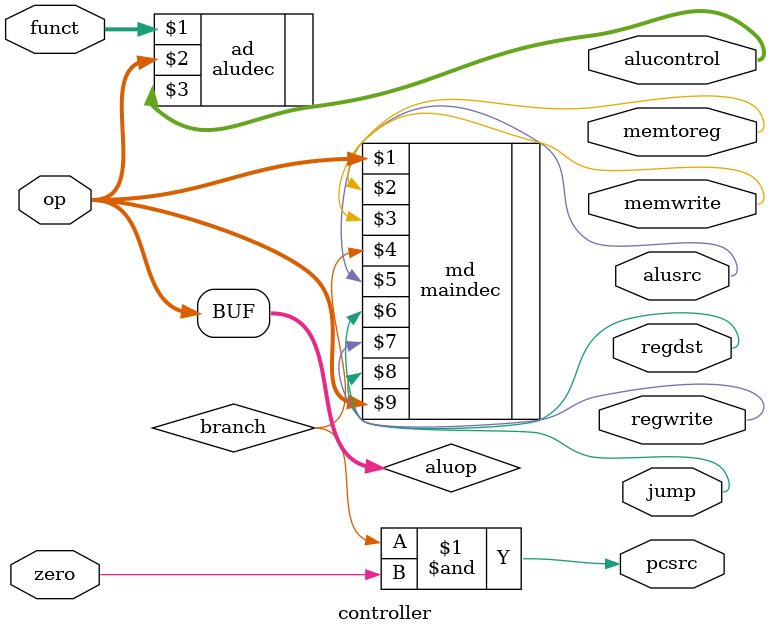
<source format=sv>
`ifndef CONTROLLER
`define CONTROLLER

`timescale 1ns/100ps

`include "../maindec/maindec.sv"
`include "../aludec/aludec.sv"

module controller
    #(parameter n = 32)(
    //
    // ---------------- PORT DEFINITIONS ----------------
    //
    input  logic [3:0] op, funct,
    input  logic       zero,
    output logic       memtoreg, memwrite,
    output logic       pcsrc, alusrc,
    output logic       regdst, regwrite,
    output logic       jump,
    output logic [3:0] alucontrol
);
    //
    // ---------------- MODULE DESIGN IMPLEMENTATION ----------------
    //
    logic [3:0] aluop = op;
    logic       branch;
    
    // CPU main decoder
    maindec md(op, memtoreg, memwrite, branch, alusrc, regdst, regwrite, jump, aluop);
    // CPU's ALU decoder
    aludec  ad(funct, aluop, alucontrol);

  assign pcsrc = branch & zero;

endmodule

`endif // CONTROLLER

</source>
